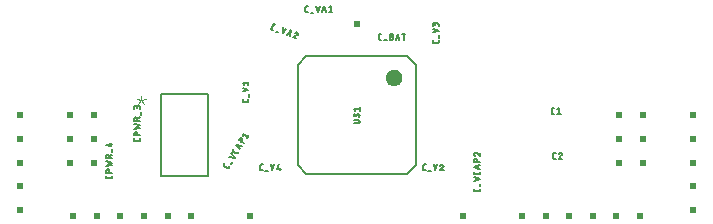
<source format=gbr>
G04 EAGLE Gerber X2 export*
G04 #@! %TF.Part,Single*
G04 #@! %TF.FileFunction,Legend,Top,1*
G04 #@! %TF.FilePolarity,Positive*
G04 #@! %TF.GenerationSoftware,Autodesk,EAGLE,8.6.0*
G04 #@! %TF.CreationDate,2018-03-03T07:32:50Z*
G75*
%MOMM*%
%FSLAX34Y34*%
%LPD*%
%AMOC8*
5,1,8,0,0,1.08239X$1,22.5*%
G01*
%ADD10C,0.127000*%
%ADD11C,0.152400*%
%ADD12C,0.076200*%
%ADD13R,0.508000X0.508000*%

G36*
X353065Y164879D02*
X353065Y164879D01*
X353111Y164892D01*
X353187Y164903D01*
X354378Y165264D01*
X354421Y165286D01*
X354493Y165312D01*
X355591Y165899D01*
X355629Y165929D01*
X355694Y165968D01*
X356657Y166758D01*
X356688Y166794D01*
X356745Y166846D01*
X357534Y167808D01*
X357558Y167850D01*
X357603Y167911D01*
X358190Y169009D01*
X358205Y169055D01*
X358238Y169124D01*
X358599Y170315D01*
X358604Y170356D01*
X358608Y170368D01*
X358608Y170376D01*
X358623Y170437D01*
X358745Y171676D01*
X358742Y171724D01*
X358745Y171800D01*
X358623Y173039D01*
X358610Y173085D01*
X358607Y173110D01*
X358606Y173130D01*
X358602Y173139D01*
X358599Y173161D01*
X358238Y174352D01*
X358216Y174395D01*
X358190Y174467D01*
X357603Y175565D01*
X357574Y175603D01*
X357534Y175668D01*
X356745Y176631D01*
X356708Y176662D01*
X356657Y176718D01*
X355694Y177508D01*
X355652Y177532D01*
X355591Y177577D01*
X354493Y178164D01*
X354447Y178179D01*
X354378Y178212D01*
X353187Y178573D01*
X353139Y178579D01*
X353065Y178597D01*
X351826Y178719D01*
X351778Y178715D01*
X351702Y178719D01*
X350463Y178597D01*
X350417Y178584D01*
X350341Y178573D01*
X349150Y178212D01*
X349107Y178190D01*
X349035Y178164D01*
X347937Y177577D01*
X347900Y177547D01*
X347834Y177508D01*
X346872Y176718D01*
X346840Y176682D01*
X346784Y176631D01*
X345994Y175668D01*
X345971Y175626D01*
X345925Y175565D01*
X345338Y174467D01*
X345323Y174421D01*
X345291Y174352D01*
X344929Y173161D01*
X344924Y173118D01*
X344916Y173093D01*
X344916Y173082D01*
X344905Y173039D01*
X344783Y171800D01*
X344787Y171752D01*
X344783Y171676D01*
X344905Y170437D01*
X344918Y170391D01*
X344929Y170315D01*
X345291Y169124D01*
X345313Y169081D01*
X345338Y169009D01*
X345925Y167911D01*
X345955Y167873D01*
X345994Y167808D01*
X346784Y166846D01*
X346820Y166814D01*
X346872Y166758D01*
X347834Y165968D01*
X347876Y165944D01*
X347937Y165899D01*
X349035Y165312D01*
X349081Y165297D01*
X349150Y165264D01*
X350341Y164903D01*
X350389Y164897D01*
X350463Y164879D01*
X351702Y164757D01*
X351750Y164761D01*
X351826Y164757D01*
X353065Y164879D01*
G37*
D10*
X487524Y141244D02*
X486452Y141244D01*
X486387Y141246D01*
X486323Y141252D01*
X486259Y141262D01*
X486195Y141275D01*
X486133Y141293D01*
X486072Y141314D01*
X486012Y141338D01*
X485954Y141367D01*
X485897Y141399D01*
X485843Y141434D01*
X485791Y141472D01*
X485741Y141514D01*
X485694Y141558D01*
X485650Y141605D01*
X485608Y141655D01*
X485570Y141707D01*
X485535Y141761D01*
X485503Y141818D01*
X485474Y141876D01*
X485450Y141936D01*
X485429Y141997D01*
X485411Y142059D01*
X485398Y142123D01*
X485388Y142187D01*
X485382Y142251D01*
X485380Y142316D01*
X485379Y142316D02*
X485379Y144997D01*
X485380Y144997D02*
X485382Y145062D01*
X485388Y145126D01*
X485398Y145190D01*
X485411Y145254D01*
X485429Y145316D01*
X485450Y145377D01*
X485474Y145437D01*
X485503Y145495D01*
X485535Y145552D01*
X485570Y145606D01*
X485608Y145658D01*
X485650Y145708D01*
X485694Y145755D01*
X485741Y145799D01*
X485791Y145841D01*
X485843Y145879D01*
X485897Y145914D01*
X485954Y145946D01*
X486012Y145975D01*
X486072Y145999D01*
X486133Y146020D01*
X486195Y146038D01*
X486259Y146051D01*
X486323Y146061D01*
X486387Y146067D01*
X486452Y146069D01*
X486452Y146070D02*
X487524Y146070D01*
X489980Y144997D02*
X491321Y146070D01*
X491321Y141244D01*
X492661Y141244D02*
X489980Y141244D01*
X488495Y103373D02*
X487423Y103373D01*
X487423Y103374D02*
X487358Y103376D01*
X487294Y103382D01*
X487230Y103392D01*
X487166Y103405D01*
X487104Y103423D01*
X487043Y103444D01*
X486983Y103468D01*
X486925Y103497D01*
X486868Y103529D01*
X486814Y103564D01*
X486762Y103602D01*
X486712Y103644D01*
X486665Y103688D01*
X486621Y103735D01*
X486579Y103785D01*
X486541Y103837D01*
X486506Y103891D01*
X486474Y103948D01*
X486445Y104006D01*
X486421Y104066D01*
X486400Y104127D01*
X486382Y104189D01*
X486369Y104253D01*
X486359Y104317D01*
X486353Y104381D01*
X486351Y104446D01*
X486350Y104446D02*
X486350Y107127D01*
X486351Y107127D02*
X486353Y107192D01*
X486359Y107256D01*
X486369Y107320D01*
X486382Y107384D01*
X486400Y107446D01*
X486421Y107507D01*
X486445Y107567D01*
X486474Y107625D01*
X486506Y107682D01*
X486541Y107736D01*
X486579Y107788D01*
X486621Y107838D01*
X486665Y107885D01*
X486712Y107929D01*
X486762Y107971D01*
X486814Y108009D01*
X486868Y108044D01*
X486925Y108076D01*
X486983Y108105D01*
X487043Y108129D01*
X487104Y108150D01*
X487166Y108168D01*
X487230Y108181D01*
X487294Y108191D01*
X487358Y108197D01*
X487423Y108199D01*
X488495Y108199D01*
X492425Y108200D02*
X492493Y108198D01*
X492560Y108192D01*
X492627Y108183D01*
X492694Y108170D01*
X492759Y108153D01*
X492824Y108132D01*
X492887Y108108D01*
X492949Y108080D01*
X493009Y108049D01*
X493067Y108015D01*
X493123Y107977D01*
X493178Y107937D01*
X493229Y107893D01*
X493278Y107846D01*
X493325Y107797D01*
X493369Y107746D01*
X493409Y107691D01*
X493447Y107635D01*
X493481Y107577D01*
X493512Y107517D01*
X493540Y107455D01*
X493564Y107392D01*
X493585Y107327D01*
X493602Y107262D01*
X493615Y107195D01*
X493624Y107128D01*
X493630Y107061D01*
X493632Y106993D01*
X492425Y108199D02*
X492347Y108197D01*
X492269Y108191D01*
X492192Y108181D01*
X492115Y108168D01*
X492039Y108150D01*
X491964Y108129D01*
X491890Y108104D01*
X491818Y108075D01*
X491747Y108043D01*
X491678Y108007D01*
X491610Y107968D01*
X491545Y107925D01*
X491482Y107879D01*
X491421Y107830D01*
X491363Y107778D01*
X491308Y107723D01*
X491255Y107666D01*
X491206Y107606D01*
X491159Y107543D01*
X491116Y107479D01*
X491076Y107412D01*
X491039Y107343D01*
X491006Y107272D01*
X490976Y107200D01*
X490950Y107127D01*
X493230Y106055D02*
X493279Y106104D01*
X493326Y106156D01*
X493369Y106211D01*
X493410Y106268D01*
X493448Y106327D01*
X493482Y106388D01*
X493513Y106451D01*
X493541Y106515D01*
X493565Y106581D01*
X493585Y106647D01*
X493602Y106715D01*
X493615Y106784D01*
X493624Y106853D01*
X493630Y106923D01*
X493632Y106993D01*
X493230Y106054D02*
X490951Y103373D01*
X493632Y103373D01*
X341024Y204126D02*
X339951Y204126D01*
X339886Y204128D01*
X339822Y204134D01*
X339758Y204144D01*
X339694Y204157D01*
X339632Y204175D01*
X339571Y204196D01*
X339511Y204220D01*
X339453Y204249D01*
X339396Y204281D01*
X339342Y204316D01*
X339290Y204354D01*
X339240Y204396D01*
X339193Y204440D01*
X339149Y204487D01*
X339107Y204537D01*
X339069Y204589D01*
X339034Y204643D01*
X339002Y204700D01*
X338973Y204758D01*
X338949Y204818D01*
X338928Y204879D01*
X338910Y204941D01*
X338897Y205005D01*
X338887Y205069D01*
X338881Y205133D01*
X338879Y205198D01*
X338879Y207879D01*
X338881Y207944D01*
X338887Y208008D01*
X338897Y208072D01*
X338910Y208136D01*
X338928Y208198D01*
X338949Y208259D01*
X338973Y208319D01*
X339002Y208377D01*
X339034Y208434D01*
X339069Y208488D01*
X339107Y208540D01*
X339149Y208590D01*
X339193Y208637D01*
X339240Y208681D01*
X339290Y208723D01*
X339342Y208761D01*
X339396Y208796D01*
X339453Y208828D01*
X339511Y208857D01*
X339571Y208881D01*
X339632Y208902D01*
X339694Y208920D01*
X339758Y208933D01*
X339822Y208943D01*
X339886Y208949D01*
X339951Y208951D01*
X339951Y208952D02*
X341024Y208952D01*
X343199Y203589D02*
X345344Y203589D01*
X348198Y206807D02*
X349538Y206807D01*
X349609Y206805D01*
X349681Y206799D01*
X349751Y206790D01*
X349821Y206777D01*
X349891Y206760D01*
X349959Y206739D01*
X350026Y206715D01*
X350092Y206687D01*
X350156Y206656D01*
X350219Y206621D01*
X350279Y206583D01*
X350338Y206542D01*
X350394Y206498D01*
X350448Y206451D01*
X350499Y206402D01*
X350547Y206349D01*
X350593Y206294D01*
X350635Y206237D01*
X350675Y206177D01*
X350711Y206116D01*
X350744Y206052D01*
X350773Y205987D01*
X350799Y205921D01*
X350822Y205853D01*
X350841Y205784D01*
X350856Y205714D01*
X350867Y205644D01*
X350875Y205573D01*
X350879Y205502D01*
X350879Y205430D01*
X350875Y205359D01*
X350867Y205288D01*
X350856Y205218D01*
X350841Y205148D01*
X350822Y205079D01*
X350799Y205011D01*
X350773Y204945D01*
X350744Y204880D01*
X350711Y204816D01*
X350675Y204755D01*
X350635Y204695D01*
X350593Y204638D01*
X350547Y204583D01*
X350499Y204530D01*
X350448Y204481D01*
X350394Y204434D01*
X350338Y204390D01*
X350279Y204349D01*
X350219Y204311D01*
X350156Y204276D01*
X350092Y204245D01*
X350026Y204217D01*
X349959Y204193D01*
X349891Y204172D01*
X349821Y204155D01*
X349751Y204142D01*
X349681Y204133D01*
X349609Y204127D01*
X349538Y204125D01*
X349538Y204126D02*
X348198Y204126D01*
X348198Y208952D01*
X349538Y208952D01*
X349538Y208951D02*
X349603Y208949D01*
X349667Y208943D01*
X349731Y208933D01*
X349795Y208920D01*
X349857Y208902D01*
X349918Y208881D01*
X349978Y208857D01*
X350036Y208828D01*
X350093Y208796D01*
X350147Y208761D01*
X350199Y208723D01*
X350249Y208681D01*
X350296Y208637D01*
X350340Y208590D01*
X350382Y208540D01*
X350420Y208488D01*
X350455Y208434D01*
X350487Y208377D01*
X350516Y208319D01*
X350540Y208259D01*
X350561Y208198D01*
X350579Y208136D01*
X350592Y208072D01*
X350602Y208008D01*
X350608Y207944D01*
X350610Y207879D01*
X350608Y207814D01*
X350602Y207750D01*
X350592Y207686D01*
X350579Y207622D01*
X350561Y207560D01*
X350540Y207499D01*
X350516Y207439D01*
X350487Y207381D01*
X350455Y207324D01*
X350420Y207270D01*
X350382Y207218D01*
X350340Y207168D01*
X350296Y207121D01*
X350249Y207077D01*
X350199Y207035D01*
X350147Y206997D01*
X350093Y206962D01*
X350036Y206930D01*
X349978Y206901D01*
X349918Y206877D01*
X349857Y206856D01*
X349795Y206838D01*
X349731Y206825D01*
X349667Y206815D01*
X349603Y206809D01*
X349538Y206807D01*
X353087Y204126D02*
X354695Y208952D01*
X356304Y204126D01*
X355902Y205332D02*
X353489Y205332D01*
X359816Y204126D02*
X359816Y208952D01*
X358475Y208952D02*
X361157Y208952D01*
X228467Y153575D02*
X228467Y152503D01*
X228466Y152503D02*
X228464Y152438D01*
X228458Y152374D01*
X228448Y152310D01*
X228435Y152246D01*
X228417Y152184D01*
X228396Y152123D01*
X228372Y152063D01*
X228343Y152005D01*
X228311Y151948D01*
X228276Y151894D01*
X228238Y151842D01*
X228196Y151792D01*
X228152Y151745D01*
X228105Y151701D01*
X228055Y151659D01*
X228003Y151621D01*
X227949Y151586D01*
X227892Y151554D01*
X227834Y151525D01*
X227774Y151501D01*
X227713Y151480D01*
X227651Y151462D01*
X227587Y151449D01*
X227523Y151439D01*
X227459Y151433D01*
X227394Y151431D01*
X227394Y151430D02*
X224713Y151430D01*
X224648Y151432D01*
X224584Y151438D01*
X224520Y151448D01*
X224456Y151461D01*
X224394Y151479D01*
X224333Y151500D01*
X224273Y151525D01*
X224214Y151553D01*
X224158Y151585D01*
X224103Y151620D01*
X224051Y151658D01*
X224001Y151700D01*
X223954Y151744D01*
X223910Y151791D01*
X223868Y151841D01*
X223830Y151893D01*
X223795Y151948D01*
X223763Y152004D01*
X223735Y152063D01*
X223710Y152122D01*
X223689Y152184D01*
X223671Y152246D01*
X223658Y152310D01*
X223648Y152374D01*
X223642Y152438D01*
X223640Y152503D01*
X223641Y152503D02*
X223641Y153575D01*
X229003Y155750D02*
X229003Y157895D01*
X228467Y161761D02*
X223641Y160152D01*
X223641Y163369D02*
X228467Y161761D01*
X224713Y165906D02*
X223641Y167247D01*
X228467Y167247D01*
X228467Y165906D02*
X228467Y168588D01*
X377495Y93537D02*
X378567Y93537D01*
X377495Y93537D02*
X377430Y93539D01*
X377366Y93545D01*
X377302Y93555D01*
X377238Y93568D01*
X377176Y93586D01*
X377115Y93607D01*
X377055Y93631D01*
X376997Y93660D01*
X376940Y93692D01*
X376886Y93727D01*
X376834Y93765D01*
X376784Y93807D01*
X376737Y93851D01*
X376693Y93898D01*
X376651Y93948D01*
X376613Y94000D01*
X376578Y94054D01*
X376546Y94111D01*
X376517Y94169D01*
X376493Y94229D01*
X376472Y94290D01*
X376454Y94352D01*
X376441Y94416D01*
X376431Y94480D01*
X376425Y94544D01*
X376423Y94609D01*
X376422Y94609D02*
X376422Y97290D01*
X376423Y97290D02*
X376425Y97355D01*
X376431Y97419D01*
X376441Y97483D01*
X376454Y97547D01*
X376472Y97609D01*
X376493Y97670D01*
X376517Y97730D01*
X376546Y97788D01*
X376578Y97845D01*
X376613Y97899D01*
X376651Y97951D01*
X376693Y98001D01*
X376737Y98048D01*
X376784Y98092D01*
X376834Y98134D01*
X376886Y98172D01*
X376940Y98207D01*
X376997Y98239D01*
X377055Y98268D01*
X377115Y98292D01*
X377176Y98313D01*
X377238Y98331D01*
X377302Y98344D01*
X377366Y98354D01*
X377430Y98360D01*
X377495Y98362D01*
X377495Y98363D02*
X378567Y98363D01*
X380743Y93001D02*
X382887Y93001D01*
X386753Y93537D02*
X385144Y98363D01*
X388361Y98363D02*
X386753Y93537D01*
X392373Y98363D02*
X392441Y98361D01*
X392508Y98355D01*
X392575Y98346D01*
X392642Y98333D01*
X392707Y98316D01*
X392772Y98295D01*
X392835Y98271D01*
X392897Y98243D01*
X392957Y98212D01*
X393015Y98178D01*
X393071Y98140D01*
X393126Y98100D01*
X393177Y98056D01*
X393226Y98009D01*
X393273Y97960D01*
X393317Y97909D01*
X393357Y97854D01*
X393395Y97798D01*
X393429Y97740D01*
X393460Y97680D01*
X393488Y97618D01*
X393512Y97555D01*
X393533Y97490D01*
X393550Y97425D01*
X393563Y97358D01*
X393572Y97291D01*
X393578Y97224D01*
X393580Y97156D01*
X392373Y98363D02*
X392295Y98361D01*
X392217Y98355D01*
X392140Y98345D01*
X392063Y98332D01*
X391987Y98314D01*
X391912Y98293D01*
X391838Y98268D01*
X391766Y98239D01*
X391695Y98207D01*
X391626Y98171D01*
X391558Y98132D01*
X391493Y98089D01*
X391430Y98043D01*
X391369Y97994D01*
X391311Y97942D01*
X391256Y97887D01*
X391203Y97830D01*
X391154Y97770D01*
X391107Y97707D01*
X391064Y97643D01*
X391024Y97576D01*
X390987Y97507D01*
X390954Y97436D01*
X390924Y97364D01*
X390898Y97291D01*
X393178Y96218D02*
X393227Y96267D01*
X393274Y96319D01*
X393317Y96374D01*
X393358Y96431D01*
X393396Y96490D01*
X393430Y96551D01*
X393461Y96614D01*
X393489Y96678D01*
X393513Y96744D01*
X393533Y96810D01*
X393550Y96878D01*
X393563Y96947D01*
X393572Y97016D01*
X393578Y97086D01*
X393580Y97156D01*
X393177Y96218D02*
X390899Y93537D01*
X393580Y93537D01*
X389375Y202489D02*
X389375Y203561D01*
X389374Y202489D02*
X389372Y202424D01*
X389366Y202360D01*
X389356Y202296D01*
X389343Y202232D01*
X389325Y202170D01*
X389304Y202109D01*
X389280Y202049D01*
X389251Y201991D01*
X389219Y201934D01*
X389184Y201880D01*
X389146Y201828D01*
X389104Y201778D01*
X389060Y201731D01*
X389013Y201687D01*
X388963Y201645D01*
X388911Y201607D01*
X388857Y201572D01*
X388800Y201540D01*
X388742Y201511D01*
X388682Y201487D01*
X388621Y201466D01*
X388559Y201448D01*
X388495Y201435D01*
X388431Y201425D01*
X388367Y201419D01*
X388302Y201417D01*
X388302Y201416D02*
X385621Y201416D01*
X385556Y201418D01*
X385492Y201424D01*
X385428Y201434D01*
X385364Y201447D01*
X385302Y201465D01*
X385241Y201486D01*
X385181Y201511D01*
X385122Y201539D01*
X385066Y201571D01*
X385011Y201606D01*
X384959Y201644D01*
X384909Y201686D01*
X384862Y201730D01*
X384818Y201777D01*
X384776Y201827D01*
X384738Y201879D01*
X384703Y201934D01*
X384671Y201990D01*
X384643Y202049D01*
X384618Y202108D01*
X384597Y202170D01*
X384579Y202232D01*
X384566Y202296D01*
X384556Y202360D01*
X384550Y202424D01*
X384548Y202489D01*
X384549Y202489D02*
X384549Y203561D01*
X389911Y205736D02*
X389911Y207881D01*
X389375Y211747D02*
X384549Y210138D01*
X384549Y213355D02*
X389375Y211747D01*
X389375Y215892D02*
X389375Y217233D01*
X389373Y217304D01*
X389367Y217376D01*
X389358Y217446D01*
X389345Y217516D01*
X389328Y217586D01*
X389307Y217654D01*
X389283Y217721D01*
X389255Y217787D01*
X389224Y217851D01*
X389189Y217914D01*
X389151Y217974D01*
X389110Y218033D01*
X389066Y218089D01*
X389019Y218143D01*
X388970Y218194D01*
X388917Y218242D01*
X388862Y218288D01*
X388805Y218330D01*
X388745Y218370D01*
X388684Y218406D01*
X388620Y218439D01*
X388555Y218468D01*
X388489Y218494D01*
X388421Y218517D01*
X388352Y218536D01*
X388282Y218551D01*
X388212Y218562D01*
X388141Y218570D01*
X388070Y218574D01*
X387998Y218574D01*
X387927Y218570D01*
X387856Y218562D01*
X387786Y218551D01*
X387716Y218536D01*
X387647Y218517D01*
X387579Y218494D01*
X387513Y218468D01*
X387448Y218439D01*
X387384Y218406D01*
X387323Y218370D01*
X387263Y218330D01*
X387206Y218288D01*
X387151Y218242D01*
X387098Y218194D01*
X387049Y218143D01*
X387002Y218089D01*
X386958Y218033D01*
X386917Y217974D01*
X386879Y217914D01*
X386844Y217851D01*
X386813Y217787D01*
X386785Y217721D01*
X386761Y217654D01*
X386740Y217586D01*
X386723Y217516D01*
X386710Y217446D01*
X386701Y217376D01*
X386695Y217304D01*
X386693Y217233D01*
X384549Y217501D02*
X384549Y215892D01*
X384549Y217501D02*
X384551Y217566D01*
X384557Y217630D01*
X384567Y217694D01*
X384580Y217758D01*
X384598Y217820D01*
X384619Y217881D01*
X384643Y217941D01*
X384672Y217999D01*
X384704Y218056D01*
X384739Y218110D01*
X384777Y218162D01*
X384819Y218212D01*
X384863Y218259D01*
X384910Y218303D01*
X384960Y218345D01*
X385012Y218383D01*
X385066Y218418D01*
X385123Y218450D01*
X385181Y218479D01*
X385241Y218503D01*
X385302Y218524D01*
X385364Y218542D01*
X385428Y218555D01*
X385492Y218565D01*
X385556Y218571D01*
X385621Y218573D01*
X385686Y218571D01*
X385750Y218565D01*
X385814Y218555D01*
X385878Y218542D01*
X385940Y218524D01*
X386001Y218503D01*
X386061Y218479D01*
X386119Y218450D01*
X386176Y218418D01*
X386230Y218383D01*
X386282Y218345D01*
X386332Y218303D01*
X386379Y218259D01*
X386423Y218212D01*
X386465Y218162D01*
X386503Y218110D01*
X386538Y218056D01*
X386570Y217999D01*
X386599Y217941D01*
X386623Y217881D01*
X386644Y217820D01*
X386662Y217758D01*
X386675Y217694D01*
X386685Y217630D01*
X386691Y217566D01*
X386693Y217501D01*
X386694Y217501D02*
X386694Y216429D01*
X240574Y93518D02*
X239502Y93518D01*
X239502Y93519D02*
X239437Y93521D01*
X239373Y93527D01*
X239309Y93537D01*
X239245Y93550D01*
X239183Y93568D01*
X239122Y93589D01*
X239062Y93613D01*
X239004Y93642D01*
X238947Y93674D01*
X238893Y93709D01*
X238841Y93747D01*
X238791Y93789D01*
X238744Y93833D01*
X238700Y93880D01*
X238658Y93930D01*
X238620Y93982D01*
X238585Y94036D01*
X238553Y94093D01*
X238524Y94151D01*
X238500Y94211D01*
X238479Y94272D01*
X238461Y94334D01*
X238448Y94398D01*
X238438Y94462D01*
X238432Y94526D01*
X238430Y94591D01*
X238429Y94591D02*
X238429Y97272D01*
X238430Y97272D02*
X238432Y97337D01*
X238438Y97401D01*
X238448Y97465D01*
X238461Y97529D01*
X238479Y97591D01*
X238500Y97652D01*
X238524Y97712D01*
X238553Y97770D01*
X238585Y97827D01*
X238620Y97881D01*
X238658Y97933D01*
X238700Y97983D01*
X238744Y98030D01*
X238791Y98074D01*
X238841Y98116D01*
X238893Y98154D01*
X238947Y98189D01*
X239004Y98221D01*
X239062Y98250D01*
X239122Y98274D01*
X239183Y98295D01*
X239245Y98313D01*
X239309Y98326D01*
X239373Y98336D01*
X239437Y98342D01*
X239502Y98344D01*
X240574Y98344D01*
X242750Y92982D02*
X244894Y92982D01*
X248760Y93518D02*
X247151Y98344D01*
X250368Y98344D02*
X248760Y93518D01*
X252906Y94591D02*
X253978Y98344D01*
X252906Y94591D02*
X255587Y94591D01*
X254782Y95663D02*
X254782Y93518D01*
X277755Y227528D02*
X278827Y227528D01*
X277755Y227529D02*
X277690Y227531D01*
X277626Y227537D01*
X277562Y227547D01*
X277498Y227560D01*
X277436Y227578D01*
X277375Y227599D01*
X277315Y227623D01*
X277257Y227652D01*
X277200Y227684D01*
X277146Y227719D01*
X277094Y227757D01*
X277044Y227799D01*
X276997Y227843D01*
X276953Y227890D01*
X276911Y227940D01*
X276873Y227992D01*
X276838Y228046D01*
X276806Y228103D01*
X276777Y228161D01*
X276753Y228221D01*
X276732Y228282D01*
X276714Y228344D01*
X276701Y228408D01*
X276691Y228472D01*
X276685Y228536D01*
X276683Y228601D01*
X276682Y228601D02*
X276682Y231282D01*
X276683Y231282D02*
X276685Y231347D01*
X276691Y231411D01*
X276701Y231475D01*
X276714Y231539D01*
X276732Y231601D01*
X276753Y231662D01*
X276777Y231722D01*
X276806Y231780D01*
X276838Y231837D01*
X276873Y231891D01*
X276911Y231943D01*
X276953Y231993D01*
X276997Y232040D01*
X277044Y232084D01*
X277094Y232126D01*
X277146Y232164D01*
X277200Y232199D01*
X277257Y232231D01*
X277315Y232260D01*
X277375Y232284D01*
X277436Y232305D01*
X277498Y232323D01*
X277562Y232336D01*
X277626Y232346D01*
X277690Y232352D01*
X277755Y232354D01*
X278827Y232354D01*
X281002Y226992D02*
X283147Y226992D01*
X287012Y227528D02*
X285404Y232354D01*
X288621Y232354D02*
X287012Y227528D01*
X290890Y227528D02*
X292499Y232354D01*
X294107Y227528D01*
X293705Y228735D02*
X291292Y228735D01*
X296645Y231282D02*
X297985Y232354D01*
X297985Y227528D01*
X296645Y227528D02*
X299326Y227528D01*
X249639Y212069D02*
X248631Y212436D01*
X248571Y212460D01*
X248513Y212487D01*
X248456Y212518D01*
X248401Y212553D01*
X248348Y212590D01*
X248298Y212631D01*
X248250Y212675D01*
X248205Y212721D01*
X248163Y212771D01*
X248124Y212822D01*
X248088Y212876D01*
X248056Y212932D01*
X248026Y212990D01*
X248001Y213049D01*
X247979Y213110D01*
X247961Y213172D01*
X247946Y213236D01*
X247936Y213299D01*
X247929Y213364D01*
X247926Y213429D01*
X247927Y213493D01*
X247932Y213558D01*
X247941Y213622D01*
X247954Y213686D01*
X247970Y213748D01*
X247991Y213810D01*
X247990Y213810D02*
X248907Y216330D01*
X248908Y216330D02*
X248932Y216390D01*
X248959Y216448D01*
X248990Y216505D01*
X249025Y216560D01*
X249062Y216613D01*
X249103Y216663D01*
X249147Y216711D01*
X249193Y216756D01*
X249243Y216798D01*
X249294Y216837D01*
X249348Y216873D01*
X249404Y216905D01*
X249462Y216935D01*
X249521Y216960D01*
X249582Y216982D01*
X249644Y217000D01*
X249708Y217015D01*
X249771Y217025D01*
X249836Y217032D01*
X249901Y217035D01*
X249965Y217034D01*
X250030Y217029D01*
X250094Y217020D01*
X250158Y217007D01*
X250220Y216991D01*
X250282Y216970D01*
X250282Y216971D02*
X251289Y216604D01*
X251499Y210821D02*
X253515Y210087D01*
X257330Y209269D02*
X257469Y214354D01*
X260493Y213254D02*
X257330Y209269D01*
X260974Y207943D02*
X264136Y211928D01*
X263998Y206843D01*
X264032Y208114D02*
X261765Y208939D01*
X269418Y210006D02*
X269481Y209981D01*
X269542Y209953D01*
X269602Y209921D01*
X269660Y209886D01*
X269716Y209848D01*
X269769Y209806D01*
X269820Y209762D01*
X269869Y209715D01*
X269915Y209665D01*
X269958Y209613D01*
X269998Y209558D01*
X270035Y209501D01*
X270069Y209443D01*
X270099Y209382D01*
X270126Y209320D01*
X270149Y209256D01*
X270169Y209192D01*
X270185Y209126D01*
X270197Y209059D01*
X270206Y208992D01*
X270211Y208925D01*
X270212Y208857D01*
X270209Y208789D01*
X270203Y208722D01*
X270192Y208655D01*
X270178Y208589D01*
X270161Y208523D01*
X270139Y208459D01*
X269418Y210005D02*
X269344Y210030D01*
X269269Y210051D01*
X269193Y210069D01*
X269116Y210082D01*
X269039Y210092D01*
X268961Y210097D01*
X268883Y210099D01*
X268805Y210097D01*
X268728Y210091D01*
X268650Y210081D01*
X268574Y210067D01*
X268498Y210049D01*
X268423Y210028D01*
X268349Y210002D01*
X268277Y209973D01*
X268206Y209941D01*
X268137Y209905D01*
X268069Y209865D01*
X268004Y209822D01*
X267941Y209776D01*
X267881Y209727D01*
X267823Y209675D01*
X267768Y209620D01*
X267715Y209562D01*
X267666Y209502D01*
X269440Y207714D02*
X269503Y207744D01*
X269565Y207777D01*
X269625Y207814D01*
X269682Y207853D01*
X269738Y207896D01*
X269791Y207941D01*
X269841Y207990D01*
X269889Y208041D01*
X269934Y208094D01*
X269977Y208150D01*
X270016Y208208D01*
X270051Y208268D01*
X270084Y208330D01*
X270113Y208394D01*
X270139Y208459D01*
X269440Y207715D02*
X266382Y205975D01*
X268901Y205058D01*
X212457Y96840D02*
X211899Y95925D01*
X211898Y95925D02*
X211863Y95871D01*
X211824Y95819D01*
X211782Y95770D01*
X211738Y95723D01*
X211690Y95679D01*
X211640Y95637D01*
X211588Y95599D01*
X211534Y95564D01*
X211477Y95533D01*
X211419Y95505D01*
X211359Y95480D01*
X211298Y95459D01*
X211235Y95442D01*
X211172Y95429D01*
X211108Y95419D01*
X211043Y95414D01*
X210978Y95412D01*
X210914Y95414D01*
X210849Y95420D01*
X210785Y95430D01*
X210722Y95444D01*
X210660Y95462D01*
X210599Y95483D01*
X210539Y95508D01*
X210481Y95537D01*
X210424Y95569D01*
X210425Y95568D02*
X208136Y96965D01*
X208082Y97000D01*
X208030Y97039D01*
X207981Y97081D01*
X207934Y97125D01*
X207890Y97173D01*
X207848Y97223D01*
X207810Y97275D01*
X207775Y97329D01*
X207744Y97386D01*
X207716Y97444D01*
X207691Y97504D01*
X207670Y97565D01*
X207653Y97628D01*
X207640Y97691D01*
X207630Y97755D01*
X207625Y97820D01*
X207623Y97885D01*
X207625Y97949D01*
X207631Y98014D01*
X207641Y98078D01*
X207655Y98141D01*
X207673Y98203D01*
X207694Y98264D01*
X207719Y98324D01*
X207748Y98382D01*
X207780Y98438D01*
X207779Y98439D02*
X208338Y99355D01*
X214048Y98417D02*
X215166Y100248D01*
X216722Y103827D02*
X211765Y104968D01*
X213441Y107714D02*
X216722Y103827D01*
X219426Y108256D02*
X219985Y109172D01*
X219425Y108256D02*
X219390Y108202D01*
X219351Y108150D01*
X219309Y108101D01*
X219265Y108054D01*
X219217Y108010D01*
X219167Y107968D01*
X219115Y107930D01*
X219061Y107895D01*
X219004Y107864D01*
X218946Y107836D01*
X218886Y107811D01*
X218825Y107790D01*
X218762Y107773D01*
X218699Y107760D01*
X218635Y107750D01*
X218570Y107745D01*
X218505Y107743D01*
X218441Y107745D01*
X218376Y107751D01*
X218312Y107761D01*
X218249Y107775D01*
X218187Y107793D01*
X218126Y107814D01*
X218066Y107839D01*
X218008Y107868D01*
X217951Y107900D01*
X217952Y107900D02*
X215663Y109297D01*
X215609Y109332D01*
X215557Y109371D01*
X215508Y109413D01*
X215461Y109457D01*
X215417Y109505D01*
X215375Y109555D01*
X215337Y109607D01*
X215302Y109661D01*
X215271Y109718D01*
X215243Y109776D01*
X215218Y109836D01*
X215197Y109897D01*
X215180Y109960D01*
X215167Y110023D01*
X215157Y110087D01*
X215152Y110152D01*
X215150Y110217D01*
X215152Y110281D01*
X215158Y110346D01*
X215168Y110410D01*
X215182Y110473D01*
X215200Y110535D01*
X215221Y110596D01*
X215246Y110656D01*
X215275Y110714D01*
X215307Y110770D01*
X215307Y110771D02*
X215865Y111686D01*
X217843Y114926D02*
X221124Y111039D01*
X222801Y113785D02*
X217843Y114926D01*
X220304Y112011D02*
X221561Y114070D01*
X224294Y116232D02*
X220175Y118746D01*
X220873Y119890D01*
X220873Y119891D02*
X220912Y119951D01*
X220954Y120008D01*
X220999Y120064D01*
X221047Y120117D01*
X221098Y120167D01*
X221151Y120215D01*
X221206Y120260D01*
X221264Y120301D01*
X221324Y120340D01*
X221387Y120375D01*
X221450Y120407D01*
X221516Y120435D01*
X221583Y120460D01*
X221651Y120482D01*
X221720Y120499D01*
X221790Y120513D01*
X221861Y120524D01*
X221932Y120530D01*
X222003Y120533D01*
X222075Y120532D01*
X222146Y120527D01*
X222217Y120518D01*
X222287Y120506D01*
X222356Y120490D01*
X222425Y120470D01*
X222492Y120446D01*
X222559Y120419D01*
X222623Y120389D01*
X222686Y120355D01*
X222747Y120318D01*
X222806Y120277D01*
X222862Y120234D01*
X222917Y120187D01*
X222968Y120138D01*
X223017Y120086D01*
X223064Y120032D01*
X223107Y119975D01*
X223147Y119916D01*
X223184Y119855D01*
X223217Y119792D01*
X223248Y119727D01*
X223274Y119661D01*
X223298Y119593D01*
X223317Y119525D01*
X223333Y119455D01*
X223345Y119385D01*
X223353Y119314D01*
X223358Y119243D01*
X223359Y119171D01*
X223356Y119100D01*
X223349Y119029D01*
X223338Y118958D01*
X223324Y118888D01*
X223306Y118819D01*
X223284Y118751D01*
X223259Y118684D01*
X223230Y118619D01*
X223198Y118555D01*
X223163Y118493D01*
X223162Y118493D02*
X222463Y117349D01*
X223777Y122589D02*
X223560Y124292D01*
X227679Y121778D01*
X226981Y120634D02*
X228378Y122922D01*
X424359Y77813D02*
X424359Y76740D01*
X424357Y76675D01*
X424351Y76611D01*
X424341Y76547D01*
X424328Y76483D01*
X424310Y76421D01*
X424289Y76360D01*
X424265Y76300D01*
X424236Y76242D01*
X424204Y76185D01*
X424169Y76131D01*
X424131Y76079D01*
X424089Y76029D01*
X424045Y75982D01*
X423998Y75938D01*
X423948Y75896D01*
X423896Y75858D01*
X423842Y75823D01*
X423785Y75791D01*
X423727Y75762D01*
X423667Y75738D01*
X423606Y75717D01*
X423544Y75699D01*
X423480Y75686D01*
X423416Y75676D01*
X423352Y75670D01*
X423287Y75668D01*
X420606Y75668D01*
X420606Y75667D02*
X420541Y75669D01*
X420477Y75675D01*
X420413Y75685D01*
X420349Y75698D01*
X420287Y75716D01*
X420226Y75737D01*
X420166Y75762D01*
X420107Y75790D01*
X420051Y75822D01*
X419996Y75857D01*
X419944Y75895D01*
X419894Y75937D01*
X419847Y75981D01*
X419803Y76028D01*
X419761Y76078D01*
X419723Y76130D01*
X419688Y76185D01*
X419656Y76241D01*
X419628Y76300D01*
X419603Y76359D01*
X419582Y76421D01*
X419564Y76483D01*
X419551Y76547D01*
X419541Y76611D01*
X419535Y76675D01*
X419533Y76740D01*
X419533Y77813D01*
X424895Y79988D02*
X424895Y82133D01*
X424359Y85998D02*
X419533Y84389D01*
X419533Y87607D02*
X424359Y85998D01*
X424359Y91188D02*
X424359Y92260D01*
X424359Y91188D02*
X424357Y91123D01*
X424351Y91059D01*
X424341Y90995D01*
X424328Y90931D01*
X424310Y90869D01*
X424289Y90808D01*
X424265Y90748D01*
X424236Y90690D01*
X424204Y90633D01*
X424169Y90579D01*
X424131Y90527D01*
X424089Y90477D01*
X424045Y90430D01*
X423998Y90386D01*
X423948Y90344D01*
X423896Y90306D01*
X423842Y90271D01*
X423785Y90239D01*
X423727Y90210D01*
X423667Y90186D01*
X423606Y90165D01*
X423544Y90147D01*
X423480Y90134D01*
X423416Y90124D01*
X423352Y90118D01*
X423287Y90116D01*
X423287Y90115D02*
X420606Y90115D01*
X420541Y90117D01*
X420477Y90123D01*
X420413Y90133D01*
X420349Y90146D01*
X420287Y90164D01*
X420226Y90185D01*
X420166Y90210D01*
X420107Y90238D01*
X420051Y90270D01*
X419996Y90305D01*
X419944Y90343D01*
X419894Y90385D01*
X419847Y90429D01*
X419803Y90476D01*
X419761Y90526D01*
X419723Y90578D01*
X419688Y90633D01*
X419656Y90689D01*
X419628Y90748D01*
X419603Y90807D01*
X419582Y90869D01*
X419564Y90931D01*
X419551Y90995D01*
X419541Y91059D01*
X419535Y91123D01*
X419533Y91188D01*
X419533Y92260D01*
X419533Y96056D02*
X424359Y94448D01*
X424359Y97665D02*
X419533Y96056D01*
X423153Y97263D02*
X423153Y94850D01*
X424359Y100532D02*
X419533Y100532D01*
X419533Y101872D01*
X419535Y101943D01*
X419541Y102015D01*
X419550Y102085D01*
X419563Y102155D01*
X419580Y102225D01*
X419601Y102293D01*
X419625Y102360D01*
X419653Y102426D01*
X419684Y102490D01*
X419719Y102553D01*
X419757Y102613D01*
X419798Y102672D01*
X419842Y102728D01*
X419889Y102782D01*
X419938Y102833D01*
X419991Y102881D01*
X420046Y102927D01*
X420103Y102969D01*
X420163Y103009D01*
X420224Y103045D01*
X420288Y103078D01*
X420353Y103107D01*
X420419Y103133D01*
X420487Y103156D01*
X420556Y103175D01*
X420626Y103190D01*
X420696Y103201D01*
X420767Y103209D01*
X420838Y103213D01*
X420910Y103213D01*
X420981Y103209D01*
X421052Y103201D01*
X421122Y103190D01*
X421192Y103175D01*
X421261Y103156D01*
X421329Y103133D01*
X421395Y103107D01*
X421460Y103078D01*
X421524Y103045D01*
X421585Y103009D01*
X421645Y102969D01*
X421702Y102927D01*
X421757Y102881D01*
X421810Y102833D01*
X421859Y102782D01*
X421906Y102728D01*
X421950Y102672D01*
X421991Y102613D01*
X422029Y102553D01*
X422064Y102490D01*
X422095Y102426D01*
X422123Y102360D01*
X422147Y102293D01*
X422168Y102225D01*
X422185Y102155D01*
X422198Y102085D01*
X422207Y102015D01*
X422213Y101943D01*
X422215Y101872D01*
X422214Y101872D02*
X422214Y100532D01*
X419533Y107163D02*
X419535Y107231D01*
X419541Y107298D01*
X419550Y107365D01*
X419563Y107432D01*
X419580Y107497D01*
X419601Y107562D01*
X419625Y107625D01*
X419653Y107687D01*
X419684Y107747D01*
X419718Y107805D01*
X419756Y107861D01*
X419796Y107916D01*
X419840Y107967D01*
X419887Y108016D01*
X419936Y108063D01*
X419987Y108107D01*
X420042Y108147D01*
X420098Y108185D01*
X420156Y108219D01*
X420216Y108250D01*
X420278Y108278D01*
X420341Y108302D01*
X420406Y108323D01*
X420471Y108340D01*
X420538Y108353D01*
X420605Y108362D01*
X420672Y108368D01*
X420740Y108370D01*
X419533Y107163D02*
X419535Y107085D01*
X419541Y107007D01*
X419551Y106930D01*
X419564Y106853D01*
X419582Y106777D01*
X419603Y106702D01*
X419628Y106628D01*
X419657Y106556D01*
X419689Y106485D01*
X419725Y106416D01*
X419764Y106348D01*
X419807Y106283D01*
X419853Y106220D01*
X419902Y106159D01*
X419954Y106101D01*
X420009Y106046D01*
X420066Y105993D01*
X420126Y105944D01*
X420189Y105897D01*
X420254Y105854D01*
X420320Y105814D01*
X420389Y105777D01*
X420460Y105744D01*
X420532Y105714D01*
X420606Y105688D01*
X421678Y107968D02*
X421629Y108017D01*
X421577Y108064D01*
X421522Y108107D01*
X421465Y108148D01*
X421406Y108186D01*
X421345Y108220D01*
X421282Y108251D01*
X421218Y108279D01*
X421152Y108303D01*
X421086Y108323D01*
X421018Y108340D01*
X420949Y108353D01*
X420880Y108362D01*
X420810Y108368D01*
X420740Y108370D01*
X421678Y107968D02*
X424359Y105689D01*
X424359Y108370D01*
D11*
X370014Y97488D02*
X370014Y182488D01*
X362514Y189988D02*
X277514Y189988D01*
X270014Y182488D02*
X270014Y97488D01*
X277514Y89988D02*
X362514Y89988D01*
X370014Y97488D01*
X277514Y89988D02*
X270014Y97488D01*
X270014Y182488D02*
X277514Y189988D01*
X362514Y189988D02*
X370014Y182488D01*
D10*
X321143Y133148D02*
X317474Y133148D01*
X321143Y133148D02*
X321217Y133150D01*
X321290Y133156D01*
X321364Y133165D01*
X321436Y133179D01*
X321508Y133196D01*
X321579Y133217D01*
X321649Y133242D01*
X321717Y133270D01*
X321784Y133302D01*
X321849Y133337D01*
X321911Y133376D01*
X321972Y133417D01*
X322031Y133462D01*
X322087Y133510D01*
X322141Y133561D01*
X322192Y133615D01*
X322240Y133671D01*
X322285Y133730D01*
X322326Y133791D01*
X322365Y133854D01*
X322400Y133918D01*
X322432Y133985D01*
X322460Y134053D01*
X322485Y134123D01*
X322506Y134194D01*
X322523Y134266D01*
X322537Y134338D01*
X322546Y134412D01*
X322552Y134485D01*
X322554Y134559D01*
X322552Y134633D01*
X322546Y134706D01*
X322537Y134780D01*
X322523Y134852D01*
X322506Y134924D01*
X322485Y134995D01*
X322460Y135065D01*
X322432Y135133D01*
X322400Y135200D01*
X322365Y135265D01*
X322326Y135327D01*
X322285Y135388D01*
X322240Y135447D01*
X322192Y135503D01*
X322141Y135557D01*
X322087Y135608D01*
X322031Y135656D01*
X321972Y135701D01*
X321911Y135742D01*
X321849Y135781D01*
X321784Y135816D01*
X321717Y135848D01*
X321649Y135876D01*
X321579Y135901D01*
X321508Y135922D01*
X321436Y135939D01*
X321364Y135953D01*
X321290Y135962D01*
X321217Y135968D01*
X321143Y135970D01*
X317474Y135970D01*
X317474Y140083D02*
X322554Y140083D01*
X320014Y140083D02*
X319591Y139378D01*
X319591Y139377D02*
X319560Y139330D01*
X319526Y139284D01*
X319489Y139241D01*
X319450Y139201D01*
X319407Y139163D01*
X319363Y139128D01*
X319316Y139097D01*
X319267Y139068D01*
X319216Y139043D01*
X319163Y139021D01*
X319110Y139003D01*
X319055Y138989D01*
X318999Y138978D01*
X318943Y138971D01*
X318886Y138968D01*
X318830Y138969D01*
X318773Y138973D01*
X318717Y138982D01*
X318662Y138994D01*
X318607Y139009D01*
X318554Y139029D01*
X318502Y139051D01*
X318452Y139078D01*
X318404Y139107D01*
X318357Y139140D01*
X318314Y139176D01*
X318272Y139215D01*
X318233Y139256D01*
X318198Y139300D01*
X318165Y139346D01*
X318135Y139394D01*
X318109Y139445D01*
X318086Y139496D01*
X318067Y139550D01*
X318051Y139604D01*
X318039Y139660D01*
X318038Y139660D02*
X318024Y139749D01*
X318013Y139838D01*
X318006Y139927D01*
X318002Y140016D01*
X318002Y140106D01*
X318006Y140195D01*
X318013Y140285D01*
X318024Y140374D01*
X318038Y140462D01*
X318056Y140550D01*
X318077Y140637D01*
X318102Y140723D01*
X318130Y140808D01*
X318162Y140892D01*
X318197Y140974D01*
X318235Y141055D01*
X318276Y141135D01*
X318321Y141212D01*
X320014Y140083D02*
X320438Y140789D01*
X320437Y140789D02*
X320468Y140836D01*
X320502Y140882D01*
X320539Y140925D01*
X320578Y140965D01*
X320621Y141003D01*
X320665Y141038D01*
X320712Y141069D01*
X320761Y141098D01*
X320812Y141123D01*
X320865Y141145D01*
X320918Y141163D01*
X320973Y141177D01*
X321029Y141188D01*
X321085Y141195D01*
X321142Y141198D01*
X321198Y141197D01*
X321255Y141193D01*
X321311Y141184D01*
X321366Y141172D01*
X321421Y141157D01*
X321474Y141137D01*
X321526Y141115D01*
X321576Y141088D01*
X321624Y141059D01*
X321671Y141026D01*
X321714Y140990D01*
X321756Y140951D01*
X321795Y140910D01*
X321830Y140866D01*
X321863Y140820D01*
X321893Y140772D01*
X321919Y140721D01*
X321942Y140670D01*
X321961Y140616D01*
X321977Y140562D01*
X321989Y140507D01*
X321990Y140507D02*
X322004Y140418D01*
X322015Y140330D01*
X322022Y140240D01*
X322026Y140151D01*
X322026Y140061D01*
X322022Y139972D01*
X322015Y139882D01*
X322004Y139793D01*
X321990Y139705D01*
X321972Y139617D01*
X321951Y139530D01*
X321926Y139444D01*
X321898Y139359D01*
X321866Y139275D01*
X321831Y139193D01*
X321793Y139112D01*
X321752Y139032D01*
X321707Y138955D01*
X318603Y144006D02*
X317474Y145417D01*
X322554Y145417D01*
X322554Y144006D02*
X322554Y146828D01*
X136551Y120357D02*
X136551Y119284D01*
X136549Y119219D01*
X136543Y119155D01*
X136533Y119091D01*
X136520Y119027D01*
X136502Y118965D01*
X136481Y118904D01*
X136457Y118844D01*
X136428Y118786D01*
X136396Y118729D01*
X136361Y118675D01*
X136323Y118623D01*
X136281Y118573D01*
X136237Y118526D01*
X136190Y118482D01*
X136140Y118440D01*
X136088Y118402D01*
X136034Y118367D01*
X135977Y118335D01*
X135919Y118306D01*
X135859Y118282D01*
X135798Y118261D01*
X135736Y118243D01*
X135672Y118230D01*
X135608Y118220D01*
X135544Y118214D01*
X135479Y118212D01*
X132797Y118212D01*
X132732Y118214D01*
X132668Y118220D01*
X132604Y118230D01*
X132540Y118243D01*
X132478Y118261D01*
X132417Y118282D01*
X132357Y118307D01*
X132298Y118335D01*
X132242Y118367D01*
X132187Y118402D01*
X132135Y118440D01*
X132085Y118482D01*
X132038Y118526D01*
X131994Y118573D01*
X131952Y118623D01*
X131914Y118675D01*
X131879Y118730D01*
X131847Y118786D01*
X131819Y118845D01*
X131794Y118904D01*
X131773Y118966D01*
X131755Y119028D01*
X131742Y119092D01*
X131732Y119156D01*
X131726Y119220D01*
X131724Y119285D01*
X131725Y119284D02*
X131725Y120357D01*
X131725Y123142D02*
X136551Y123142D01*
X131725Y123142D02*
X131725Y124483D01*
X131727Y124554D01*
X131733Y124626D01*
X131742Y124696D01*
X131755Y124766D01*
X131772Y124836D01*
X131793Y124904D01*
X131817Y124971D01*
X131845Y125037D01*
X131876Y125101D01*
X131911Y125164D01*
X131949Y125224D01*
X131990Y125283D01*
X132034Y125339D01*
X132081Y125393D01*
X132130Y125444D01*
X132183Y125492D01*
X132238Y125538D01*
X132295Y125580D01*
X132355Y125620D01*
X132416Y125656D01*
X132480Y125689D01*
X132545Y125718D01*
X132611Y125744D01*
X132679Y125767D01*
X132748Y125786D01*
X132818Y125801D01*
X132888Y125812D01*
X132959Y125820D01*
X133030Y125824D01*
X133102Y125824D01*
X133173Y125820D01*
X133244Y125812D01*
X133314Y125801D01*
X133384Y125786D01*
X133453Y125767D01*
X133521Y125744D01*
X133587Y125718D01*
X133652Y125689D01*
X133716Y125656D01*
X133777Y125620D01*
X133837Y125580D01*
X133894Y125538D01*
X133949Y125492D01*
X134002Y125444D01*
X134051Y125393D01*
X134098Y125339D01*
X134142Y125283D01*
X134183Y125224D01*
X134221Y125164D01*
X134256Y125101D01*
X134287Y125037D01*
X134315Y124971D01*
X134339Y124904D01*
X134360Y124836D01*
X134377Y124766D01*
X134390Y124696D01*
X134399Y124626D01*
X134405Y124554D01*
X134407Y124483D01*
X134406Y124483D02*
X134406Y123142D01*
X131725Y128226D02*
X136551Y129299D01*
X133334Y130371D01*
X136551Y131444D01*
X131725Y132516D01*
X131725Y135495D02*
X136551Y135495D01*
X131725Y135495D02*
X131725Y136836D01*
X131727Y136907D01*
X131733Y136979D01*
X131742Y137049D01*
X131755Y137119D01*
X131772Y137189D01*
X131793Y137257D01*
X131817Y137324D01*
X131845Y137390D01*
X131876Y137454D01*
X131911Y137517D01*
X131949Y137577D01*
X131990Y137636D01*
X132034Y137692D01*
X132081Y137746D01*
X132130Y137797D01*
X132183Y137845D01*
X132238Y137891D01*
X132295Y137933D01*
X132355Y137973D01*
X132416Y138009D01*
X132480Y138042D01*
X132545Y138071D01*
X132611Y138097D01*
X132679Y138120D01*
X132748Y138139D01*
X132818Y138154D01*
X132888Y138165D01*
X132959Y138173D01*
X133030Y138177D01*
X133102Y138177D01*
X133173Y138173D01*
X133244Y138165D01*
X133314Y138154D01*
X133384Y138139D01*
X133453Y138120D01*
X133521Y138097D01*
X133587Y138071D01*
X133652Y138042D01*
X133716Y138009D01*
X133777Y137973D01*
X133837Y137933D01*
X133894Y137891D01*
X133949Y137845D01*
X134002Y137797D01*
X134051Y137746D01*
X134098Y137692D01*
X134142Y137636D01*
X134183Y137577D01*
X134221Y137517D01*
X134256Y137454D01*
X134287Y137390D01*
X134315Y137324D01*
X134339Y137257D01*
X134360Y137189D01*
X134377Y137119D01*
X134390Y137049D01*
X134399Y136979D01*
X134405Y136907D01*
X134407Y136836D01*
X134406Y136836D02*
X134406Y135495D01*
X134406Y137104D02*
X136551Y138176D01*
X137087Y140637D02*
X137087Y142782D01*
X136551Y145307D02*
X136551Y146647D01*
X136549Y146718D01*
X136543Y146790D01*
X136534Y146860D01*
X136521Y146930D01*
X136504Y147000D01*
X136483Y147068D01*
X136459Y147135D01*
X136431Y147201D01*
X136400Y147265D01*
X136365Y147328D01*
X136327Y147388D01*
X136286Y147447D01*
X136242Y147503D01*
X136195Y147557D01*
X136146Y147608D01*
X136093Y147656D01*
X136038Y147702D01*
X135981Y147744D01*
X135921Y147784D01*
X135860Y147820D01*
X135796Y147853D01*
X135731Y147882D01*
X135665Y147908D01*
X135597Y147931D01*
X135528Y147950D01*
X135458Y147965D01*
X135388Y147976D01*
X135317Y147984D01*
X135246Y147988D01*
X135174Y147988D01*
X135103Y147984D01*
X135032Y147976D01*
X134962Y147965D01*
X134892Y147950D01*
X134823Y147931D01*
X134755Y147908D01*
X134689Y147882D01*
X134624Y147853D01*
X134560Y147820D01*
X134499Y147784D01*
X134439Y147744D01*
X134382Y147702D01*
X134327Y147656D01*
X134274Y147608D01*
X134225Y147557D01*
X134178Y147503D01*
X134134Y147447D01*
X134093Y147388D01*
X134055Y147328D01*
X134020Y147265D01*
X133989Y147201D01*
X133961Y147135D01*
X133937Y147068D01*
X133916Y147000D01*
X133899Y146930D01*
X133886Y146860D01*
X133877Y146790D01*
X133871Y146718D01*
X133869Y146647D01*
X131725Y146916D02*
X131725Y145307D01*
X131725Y146916D02*
X131727Y146981D01*
X131733Y147045D01*
X131743Y147109D01*
X131756Y147173D01*
X131774Y147235D01*
X131795Y147296D01*
X131819Y147356D01*
X131848Y147414D01*
X131880Y147471D01*
X131915Y147525D01*
X131953Y147577D01*
X131995Y147627D01*
X132039Y147674D01*
X132086Y147718D01*
X132136Y147760D01*
X132188Y147798D01*
X132242Y147833D01*
X132299Y147865D01*
X132357Y147894D01*
X132417Y147918D01*
X132478Y147939D01*
X132540Y147957D01*
X132604Y147970D01*
X132668Y147980D01*
X132732Y147986D01*
X132797Y147988D01*
X132862Y147986D01*
X132926Y147980D01*
X132990Y147970D01*
X133054Y147957D01*
X133116Y147939D01*
X133177Y147918D01*
X133237Y147894D01*
X133295Y147865D01*
X133352Y147833D01*
X133406Y147798D01*
X133458Y147760D01*
X133508Y147718D01*
X133555Y147674D01*
X133599Y147627D01*
X133641Y147577D01*
X133679Y147525D01*
X133714Y147471D01*
X133746Y147414D01*
X133775Y147356D01*
X133799Y147296D01*
X133820Y147235D01*
X133838Y147173D01*
X133851Y147109D01*
X133861Y147045D01*
X133867Y146981D01*
X133869Y146916D01*
X133870Y146916D02*
X133870Y145843D01*
X112775Y88757D02*
X112775Y87685D01*
X112773Y87620D01*
X112767Y87556D01*
X112757Y87492D01*
X112744Y87428D01*
X112726Y87366D01*
X112705Y87305D01*
X112681Y87245D01*
X112652Y87187D01*
X112620Y87130D01*
X112585Y87076D01*
X112547Y87024D01*
X112505Y86974D01*
X112461Y86927D01*
X112414Y86883D01*
X112364Y86841D01*
X112312Y86803D01*
X112258Y86768D01*
X112201Y86736D01*
X112143Y86707D01*
X112083Y86683D01*
X112022Y86662D01*
X111960Y86644D01*
X111896Y86631D01*
X111832Y86621D01*
X111768Y86615D01*
X111703Y86613D01*
X111703Y86612D02*
X109021Y86612D01*
X108956Y86614D01*
X108892Y86620D01*
X108828Y86630D01*
X108764Y86643D01*
X108702Y86661D01*
X108641Y86682D01*
X108581Y86707D01*
X108522Y86735D01*
X108466Y86767D01*
X108411Y86802D01*
X108359Y86840D01*
X108309Y86882D01*
X108262Y86926D01*
X108218Y86973D01*
X108176Y87023D01*
X108138Y87075D01*
X108103Y87130D01*
X108071Y87186D01*
X108043Y87245D01*
X108018Y87304D01*
X107997Y87366D01*
X107979Y87428D01*
X107966Y87492D01*
X107956Y87556D01*
X107950Y87620D01*
X107948Y87685D01*
X107949Y87685D02*
X107949Y88757D01*
X107949Y91542D02*
X112775Y91542D01*
X107949Y91542D02*
X107949Y92883D01*
X107951Y92954D01*
X107957Y93026D01*
X107966Y93096D01*
X107979Y93166D01*
X107996Y93236D01*
X108017Y93304D01*
X108041Y93371D01*
X108069Y93437D01*
X108100Y93501D01*
X108135Y93564D01*
X108173Y93624D01*
X108214Y93683D01*
X108258Y93739D01*
X108305Y93793D01*
X108354Y93844D01*
X108407Y93892D01*
X108462Y93938D01*
X108519Y93980D01*
X108579Y94020D01*
X108640Y94056D01*
X108704Y94089D01*
X108769Y94118D01*
X108835Y94144D01*
X108903Y94167D01*
X108972Y94186D01*
X109042Y94201D01*
X109112Y94212D01*
X109183Y94220D01*
X109254Y94224D01*
X109326Y94224D01*
X109397Y94220D01*
X109468Y94212D01*
X109538Y94201D01*
X109608Y94186D01*
X109677Y94167D01*
X109745Y94144D01*
X109811Y94118D01*
X109876Y94089D01*
X109940Y94056D01*
X110001Y94020D01*
X110061Y93980D01*
X110118Y93938D01*
X110173Y93892D01*
X110226Y93844D01*
X110275Y93793D01*
X110322Y93739D01*
X110366Y93683D01*
X110407Y93624D01*
X110445Y93564D01*
X110480Y93501D01*
X110511Y93437D01*
X110539Y93371D01*
X110563Y93304D01*
X110584Y93236D01*
X110601Y93166D01*
X110614Y93096D01*
X110623Y93026D01*
X110629Y92954D01*
X110631Y92883D01*
X110630Y92883D02*
X110630Y91542D01*
X107949Y96626D02*
X112775Y97699D01*
X109558Y98771D01*
X112775Y99844D01*
X107949Y100916D01*
X107949Y103895D02*
X112775Y103895D01*
X107949Y103895D02*
X107949Y105236D01*
X107951Y105307D01*
X107957Y105379D01*
X107966Y105449D01*
X107979Y105519D01*
X107996Y105589D01*
X108017Y105657D01*
X108041Y105724D01*
X108069Y105790D01*
X108100Y105854D01*
X108135Y105917D01*
X108173Y105977D01*
X108214Y106036D01*
X108258Y106092D01*
X108305Y106146D01*
X108354Y106197D01*
X108407Y106245D01*
X108462Y106291D01*
X108519Y106333D01*
X108579Y106373D01*
X108640Y106409D01*
X108704Y106442D01*
X108769Y106471D01*
X108835Y106497D01*
X108903Y106520D01*
X108972Y106539D01*
X109042Y106554D01*
X109112Y106565D01*
X109183Y106573D01*
X109254Y106577D01*
X109326Y106577D01*
X109397Y106573D01*
X109468Y106565D01*
X109538Y106554D01*
X109608Y106539D01*
X109677Y106520D01*
X109745Y106497D01*
X109811Y106471D01*
X109876Y106442D01*
X109940Y106409D01*
X110001Y106373D01*
X110061Y106333D01*
X110118Y106291D01*
X110173Y106245D01*
X110226Y106197D01*
X110275Y106146D01*
X110322Y106092D01*
X110366Y106036D01*
X110407Y105977D01*
X110445Y105917D01*
X110480Y105854D01*
X110511Y105790D01*
X110539Y105724D01*
X110563Y105657D01*
X110584Y105589D01*
X110601Y105519D01*
X110614Y105449D01*
X110623Y105379D01*
X110629Y105307D01*
X110631Y105236D01*
X110630Y105236D02*
X110630Y103895D01*
X110630Y105504D02*
X112775Y106576D01*
X113311Y109037D02*
X113311Y111182D01*
X111703Y113707D02*
X107949Y114779D01*
X111703Y113707D02*
X111703Y116388D01*
X110630Y115584D02*
X112775Y115584D01*
D11*
X154188Y88202D02*
X193812Y88202D01*
X193812Y157798D01*
X154188Y157798D01*
X154188Y88202D01*
D12*
X137643Y152662D02*
X137643Y156641D01*
X137643Y152662D02*
X139964Y149677D01*
X137643Y152662D02*
X135321Y149677D01*
X137643Y152662D02*
X141290Y153988D01*
X137643Y152662D02*
X133995Y153988D01*
D13*
X80000Y55000D03*
X100000Y55000D03*
X120000Y55000D03*
X140000Y55000D03*
X160000Y55000D03*
X480000Y55000D03*
X500000Y55000D03*
X520000Y55000D03*
X540000Y55000D03*
X560000Y55000D03*
X605000Y140000D03*
X605000Y120000D03*
X605000Y100000D03*
X605000Y80000D03*
X605000Y60000D03*
X35000Y60000D03*
X35000Y80000D03*
X35000Y100000D03*
X35000Y120000D03*
X35000Y140000D03*
X180000Y55000D03*
X460000Y55000D03*
X542500Y100000D03*
X542500Y120000D03*
X542500Y140000D03*
X562500Y100000D03*
X562500Y120000D03*
X562500Y140000D03*
X97500Y100000D03*
X97500Y120000D03*
X97500Y140000D03*
X77500Y100000D03*
X77500Y120000D03*
X77500Y140000D03*
X230000Y55000D03*
X410000Y55000D03*
X320000Y217000D03*
M02*

</source>
